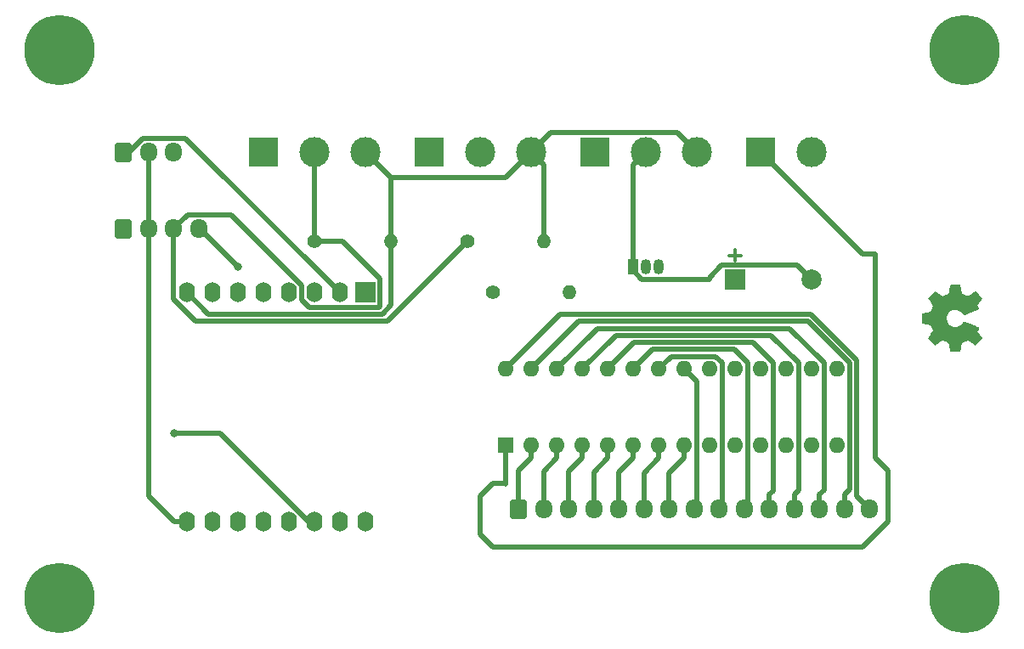
<source format=gbr>
%TF.GenerationSoftware,KiCad,Pcbnew,(5.1.7)-1*%
%TF.CreationDate,2021-05-08T17:47:48+02:00*%
%TF.ProjectId,tankwaechter,74616e6b-7761-4656-9368-7465722e6b69,rev?*%
%TF.SameCoordinates,Original*%
%TF.FileFunction,Copper,L1,Top*%
%TF.FilePolarity,Positive*%
%FSLAX46Y46*%
G04 Gerber Fmt 4.6, Leading zero omitted, Abs format (unit mm)*
G04 Created by KiCad (PCBNEW (5.1.7)-1) date 2021-05-08 17:47:48*
%MOMM*%
%LPD*%
G01*
G04 APERTURE LIST*
%TA.AperFunction,NonConductor*%
%ADD10C,0.300000*%
%TD*%
%TA.AperFunction,EtchedComponent*%
%ADD11C,0.010000*%
%TD*%
%TA.AperFunction,ComponentPad*%
%ADD12O,1.600000X1.600000*%
%TD*%
%TA.AperFunction,ComponentPad*%
%ADD13R,1.600000X1.600000*%
%TD*%
%TA.AperFunction,ComponentPad*%
%ADD14O,1.400000X1.400000*%
%TD*%
%TA.AperFunction,ComponentPad*%
%ADD15C,1.400000*%
%TD*%
%TA.AperFunction,ComponentPad*%
%ADD16C,3.000000*%
%TD*%
%TA.AperFunction,ComponentPad*%
%ADD17R,3.000000X3.000000*%
%TD*%
%TA.AperFunction,ComponentPad*%
%ADD18O,1.700000X1.950000*%
%TD*%
%TA.AperFunction,ComponentPad*%
%ADD19C,2.000000*%
%TD*%
%TA.AperFunction,ComponentPad*%
%ADD20R,2.000000X2.000000*%
%TD*%
%TA.AperFunction,ComponentPad*%
%ADD21R,1.050000X1.500000*%
%TD*%
%TA.AperFunction,ComponentPad*%
%ADD22O,1.050000X1.500000*%
%TD*%
%TA.AperFunction,ComponentPad*%
%ADD23O,1.600000X2.000000*%
%TD*%
%TA.AperFunction,ViaPad*%
%ADD24C,5.500000*%
%TD*%
%TA.AperFunction,ViaPad*%
%ADD25C,7.000000*%
%TD*%
%TA.AperFunction,ViaPad*%
%ADD26C,0.800000*%
%TD*%
%TA.AperFunction,Conductor*%
%ADD27C,0.500000*%
%TD*%
G04 APERTURE END LIST*
D10*
X84518571Y-155047142D02*
X85661428Y-155047142D01*
X85090000Y-155618571D02*
X85090000Y-154475714D01*
D11*
%TO.C,REF\u002A\u002A*%
G36*
X104148931Y-160734186D02*
G01*
X104593555Y-160650365D01*
X104721053Y-160341080D01*
X104848551Y-160031794D01*
X104596246Y-159660754D01*
X104525996Y-159556843D01*
X104463272Y-159462913D01*
X104410938Y-159383348D01*
X104371857Y-159322530D01*
X104348893Y-159284843D01*
X104343942Y-159274579D01*
X104356676Y-159256090D01*
X104391882Y-159216580D01*
X104445062Y-159160478D01*
X104511718Y-159092213D01*
X104587354Y-159016214D01*
X104667472Y-158936908D01*
X104747574Y-158858725D01*
X104823164Y-158786093D01*
X104889745Y-158723441D01*
X104942818Y-158675197D01*
X104977887Y-158645790D01*
X104989623Y-158638759D01*
X105011260Y-158648877D01*
X105058662Y-158677241D01*
X105127193Y-158720871D01*
X105212215Y-158776782D01*
X105309093Y-158841994D01*
X105364350Y-158879781D01*
X105465248Y-158948657D01*
X105556299Y-159009860D01*
X105632970Y-159060422D01*
X105690728Y-159097372D01*
X105725043Y-159117742D01*
X105732254Y-159120803D01*
X105752748Y-159113864D01*
X105800513Y-159094949D01*
X105868832Y-159066913D01*
X105950989Y-159032609D01*
X106040270Y-158994891D01*
X106129958Y-158956613D01*
X106213338Y-158920630D01*
X106283694Y-158889794D01*
X106334310Y-158866961D01*
X106358471Y-158854983D01*
X106359422Y-158854276D01*
X106364036Y-158835469D01*
X106374328Y-158785382D01*
X106389287Y-158709207D01*
X106407901Y-158612135D01*
X106429159Y-158499357D01*
X106441418Y-158433558D01*
X106464362Y-158313050D01*
X106486195Y-158204203D01*
X106505722Y-158112524D01*
X106521748Y-158043519D01*
X106533079Y-158002696D01*
X106536674Y-157994489D01*
X106561006Y-157986452D01*
X106615959Y-157979967D01*
X106695108Y-157975030D01*
X106792026Y-157971636D01*
X106900287Y-157969782D01*
X107013465Y-157969462D01*
X107125135Y-157970673D01*
X107228868Y-157973410D01*
X107318241Y-157977669D01*
X107386826Y-157983445D01*
X107428197Y-157990733D01*
X107436810Y-157995105D01*
X107447133Y-158021236D01*
X107461892Y-158076607D01*
X107479352Y-158153893D01*
X107497780Y-158245770D01*
X107503741Y-158277842D01*
X107532066Y-158432476D01*
X107554876Y-158554625D01*
X107573080Y-158648327D01*
X107587583Y-158717616D01*
X107599292Y-158766529D01*
X107609115Y-158799103D01*
X107617956Y-158819372D01*
X107626724Y-158831374D01*
X107628457Y-158833053D01*
X107656371Y-158849816D01*
X107710695Y-158875386D01*
X107784777Y-158907212D01*
X107871965Y-158942740D01*
X107965608Y-158979417D01*
X108059052Y-159014689D01*
X108145647Y-159046004D01*
X108218740Y-159070807D01*
X108271678Y-159086546D01*
X108297811Y-159090668D01*
X108298726Y-159090324D01*
X108320086Y-159076359D01*
X108367084Y-159044678D01*
X108434827Y-158998609D01*
X108518423Y-158941482D01*
X108612982Y-158876627D01*
X108639854Y-158858157D01*
X108737275Y-158792301D01*
X108826163Y-158734350D01*
X108901412Y-158687462D01*
X108957920Y-158654793D01*
X108990581Y-158639500D01*
X108994593Y-158638759D01*
X109015684Y-158651608D01*
X109057464Y-158687112D01*
X109115445Y-158740707D01*
X109185135Y-158807829D01*
X109262045Y-158883913D01*
X109341683Y-158964396D01*
X109419561Y-159044713D01*
X109491186Y-159120301D01*
X109552070Y-159186595D01*
X109597721Y-159239031D01*
X109623650Y-159273045D01*
X109627883Y-159282455D01*
X109617912Y-159304357D01*
X109591020Y-159349200D01*
X109551736Y-159409679D01*
X109520117Y-159456211D01*
X109462098Y-159540525D01*
X109393784Y-159640374D01*
X109325579Y-159740527D01*
X109289075Y-159794373D01*
X109165800Y-159976629D01*
X109248520Y-160129619D01*
X109284759Y-160199318D01*
X109312926Y-160258586D01*
X109328991Y-160298689D01*
X109331226Y-160308897D01*
X109314722Y-160321171D01*
X109268082Y-160345387D01*
X109195609Y-160379737D01*
X109101606Y-160422412D01*
X108990374Y-160471606D01*
X108866215Y-160525510D01*
X108733432Y-160582316D01*
X108596327Y-160640218D01*
X108459202Y-160697407D01*
X108326358Y-160752076D01*
X108202098Y-160802416D01*
X108090725Y-160846620D01*
X107996539Y-160882881D01*
X107923844Y-160909391D01*
X107876941Y-160924342D01*
X107860833Y-160926746D01*
X107840286Y-160907689D01*
X107806933Y-160865964D01*
X107767702Y-160810294D01*
X107764599Y-160805622D01*
X107649423Y-160661736D01*
X107515053Y-160545717D01*
X107365784Y-160458570D01*
X107205913Y-160401301D01*
X107039737Y-160374914D01*
X106871552Y-160380415D01*
X106705655Y-160418810D01*
X106546342Y-160491105D01*
X106511487Y-160512374D01*
X106370737Y-160623004D01*
X106257714Y-160753698D01*
X106173003Y-160899936D01*
X106117194Y-161057192D01*
X106090874Y-161220943D01*
X106094630Y-161386667D01*
X106129050Y-161549838D01*
X106194723Y-161705935D01*
X106292235Y-161850433D01*
X106331813Y-161895131D01*
X106455703Y-162008888D01*
X106586124Y-162091782D01*
X106732315Y-162148644D01*
X106877088Y-162180313D01*
X107039860Y-162188131D01*
X107203440Y-162162062D01*
X107362298Y-162104755D01*
X107510906Y-162018856D01*
X107643735Y-161907014D01*
X107755256Y-161771877D01*
X107767011Y-161754117D01*
X107805508Y-161697850D01*
X107838863Y-161655077D01*
X107860160Y-161634628D01*
X107860833Y-161634331D01*
X107883871Y-161638721D01*
X107936157Y-161656124D01*
X108013390Y-161684732D01*
X108111268Y-161722735D01*
X108225491Y-161768326D01*
X108351758Y-161819697D01*
X108485767Y-161875038D01*
X108623218Y-161932542D01*
X108759808Y-161990399D01*
X108891237Y-162046802D01*
X109013205Y-162099942D01*
X109121409Y-162148010D01*
X109211549Y-162189199D01*
X109279323Y-162221699D01*
X109320430Y-162243703D01*
X109331226Y-162252564D01*
X109322819Y-162279640D01*
X109300272Y-162330303D01*
X109267613Y-162395817D01*
X109248520Y-162431841D01*
X109165800Y-162584832D01*
X109289075Y-162767088D01*
X109352228Y-162860125D01*
X109421727Y-162961985D01*
X109487165Y-163057438D01*
X109520117Y-163105250D01*
X109565273Y-163172495D01*
X109601057Y-163229436D01*
X109622938Y-163268646D01*
X109627563Y-163281381D01*
X109615085Y-163299917D01*
X109580252Y-163340941D01*
X109526678Y-163400475D01*
X109457983Y-163474542D01*
X109377781Y-163559165D01*
X109326286Y-163612685D01*
X109234286Y-163706319D01*
X109151999Y-163787241D01*
X109082945Y-163852177D01*
X109030644Y-163897858D01*
X108998616Y-163921011D01*
X108992116Y-163923232D01*
X108967394Y-163912924D01*
X108917405Y-163884439D01*
X108847212Y-163840937D01*
X108761875Y-163785577D01*
X108666456Y-163721520D01*
X108639854Y-163703303D01*
X108543167Y-163636927D01*
X108456117Y-163577378D01*
X108383595Y-163527984D01*
X108330493Y-163492075D01*
X108301703Y-163472981D01*
X108298726Y-163471136D01*
X108275782Y-163473895D01*
X108225336Y-163488538D01*
X108154041Y-163512513D01*
X108068547Y-163543266D01*
X107975507Y-163578244D01*
X107881574Y-163614893D01*
X107793399Y-163650661D01*
X107717634Y-163682994D01*
X107660931Y-163709338D01*
X107629943Y-163727142D01*
X107628457Y-163728407D01*
X107619601Y-163739294D01*
X107610843Y-163757682D01*
X107601277Y-163787606D01*
X107589996Y-163833103D01*
X107576093Y-163898209D01*
X107558663Y-163986961D01*
X107536798Y-164103393D01*
X107509591Y-164251542D01*
X107503741Y-164283618D01*
X107485374Y-164378686D01*
X107467405Y-164461565D01*
X107451569Y-164524930D01*
X107439600Y-164561458D01*
X107436810Y-164566356D01*
X107412072Y-164574427D01*
X107356790Y-164580987D01*
X107277389Y-164586033D01*
X107180296Y-164589559D01*
X107071938Y-164591561D01*
X106958740Y-164592036D01*
X106847128Y-164590977D01*
X106743529Y-164588382D01*
X106654368Y-164584246D01*
X106586072Y-164578563D01*
X106545066Y-164571331D01*
X106536674Y-164566971D01*
X106528208Y-164542698D01*
X106514435Y-164487426D01*
X106496550Y-164406662D01*
X106475748Y-164305912D01*
X106453223Y-164190683D01*
X106441418Y-164127902D01*
X106419151Y-164008787D01*
X106398979Y-163902565D01*
X106381915Y-163814427D01*
X106368969Y-163749566D01*
X106361155Y-163713174D01*
X106359422Y-163707184D01*
X106339890Y-163697061D01*
X106292843Y-163675662D01*
X106225003Y-163645839D01*
X106143091Y-163610445D01*
X106053828Y-163572332D01*
X105963935Y-163534353D01*
X105880135Y-163499360D01*
X105809147Y-163470206D01*
X105757694Y-163449743D01*
X105732497Y-163440823D01*
X105731396Y-163440657D01*
X105711519Y-163450769D01*
X105665777Y-163479117D01*
X105598717Y-163522723D01*
X105514884Y-163578606D01*
X105418826Y-163643787D01*
X105363650Y-163681679D01*
X105262481Y-163750725D01*
X105170630Y-163812050D01*
X105092744Y-163862663D01*
X105033469Y-163899571D01*
X104997451Y-163919782D01*
X104989377Y-163922701D01*
X104970584Y-163910153D01*
X104930457Y-163875463D01*
X104873493Y-163823063D01*
X104804185Y-163757384D01*
X104727031Y-163682856D01*
X104646525Y-163603913D01*
X104567163Y-163524983D01*
X104493440Y-163450500D01*
X104429852Y-163384894D01*
X104380894Y-163332596D01*
X104351061Y-163298039D01*
X104343942Y-163286478D01*
X104353953Y-163267654D01*
X104382078Y-163222631D01*
X104425454Y-163155787D01*
X104481218Y-163071499D01*
X104546506Y-162974144D01*
X104596246Y-162900707D01*
X104848551Y-162529667D01*
X104593555Y-161911095D01*
X104148931Y-161827275D01*
X103704307Y-161743454D01*
X103704307Y-160818006D01*
X104148931Y-160734186D01*
G37*
X104148931Y-160734186D02*
X104593555Y-160650365D01*
X104721053Y-160341080D01*
X104848551Y-160031794D01*
X104596246Y-159660754D01*
X104525996Y-159556843D01*
X104463272Y-159462913D01*
X104410938Y-159383348D01*
X104371857Y-159322530D01*
X104348893Y-159284843D01*
X104343942Y-159274579D01*
X104356676Y-159256090D01*
X104391882Y-159216580D01*
X104445062Y-159160478D01*
X104511718Y-159092213D01*
X104587354Y-159016214D01*
X104667472Y-158936908D01*
X104747574Y-158858725D01*
X104823164Y-158786093D01*
X104889745Y-158723441D01*
X104942818Y-158675197D01*
X104977887Y-158645790D01*
X104989623Y-158638759D01*
X105011260Y-158648877D01*
X105058662Y-158677241D01*
X105127193Y-158720871D01*
X105212215Y-158776782D01*
X105309093Y-158841994D01*
X105364350Y-158879781D01*
X105465248Y-158948657D01*
X105556299Y-159009860D01*
X105632970Y-159060422D01*
X105690728Y-159097372D01*
X105725043Y-159117742D01*
X105732254Y-159120803D01*
X105752748Y-159113864D01*
X105800513Y-159094949D01*
X105868832Y-159066913D01*
X105950989Y-159032609D01*
X106040270Y-158994891D01*
X106129958Y-158956613D01*
X106213338Y-158920630D01*
X106283694Y-158889794D01*
X106334310Y-158866961D01*
X106358471Y-158854983D01*
X106359422Y-158854276D01*
X106364036Y-158835469D01*
X106374328Y-158785382D01*
X106389287Y-158709207D01*
X106407901Y-158612135D01*
X106429159Y-158499357D01*
X106441418Y-158433558D01*
X106464362Y-158313050D01*
X106486195Y-158204203D01*
X106505722Y-158112524D01*
X106521748Y-158043519D01*
X106533079Y-158002696D01*
X106536674Y-157994489D01*
X106561006Y-157986452D01*
X106615959Y-157979967D01*
X106695108Y-157975030D01*
X106792026Y-157971636D01*
X106900287Y-157969782D01*
X107013465Y-157969462D01*
X107125135Y-157970673D01*
X107228868Y-157973410D01*
X107318241Y-157977669D01*
X107386826Y-157983445D01*
X107428197Y-157990733D01*
X107436810Y-157995105D01*
X107447133Y-158021236D01*
X107461892Y-158076607D01*
X107479352Y-158153893D01*
X107497780Y-158245770D01*
X107503741Y-158277842D01*
X107532066Y-158432476D01*
X107554876Y-158554625D01*
X107573080Y-158648327D01*
X107587583Y-158717616D01*
X107599292Y-158766529D01*
X107609115Y-158799103D01*
X107617956Y-158819372D01*
X107626724Y-158831374D01*
X107628457Y-158833053D01*
X107656371Y-158849816D01*
X107710695Y-158875386D01*
X107784777Y-158907212D01*
X107871965Y-158942740D01*
X107965608Y-158979417D01*
X108059052Y-159014689D01*
X108145647Y-159046004D01*
X108218740Y-159070807D01*
X108271678Y-159086546D01*
X108297811Y-159090668D01*
X108298726Y-159090324D01*
X108320086Y-159076359D01*
X108367084Y-159044678D01*
X108434827Y-158998609D01*
X108518423Y-158941482D01*
X108612982Y-158876627D01*
X108639854Y-158858157D01*
X108737275Y-158792301D01*
X108826163Y-158734350D01*
X108901412Y-158687462D01*
X108957920Y-158654793D01*
X108990581Y-158639500D01*
X108994593Y-158638759D01*
X109015684Y-158651608D01*
X109057464Y-158687112D01*
X109115445Y-158740707D01*
X109185135Y-158807829D01*
X109262045Y-158883913D01*
X109341683Y-158964396D01*
X109419561Y-159044713D01*
X109491186Y-159120301D01*
X109552070Y-159186595D01*
X109597721Y-159239031D01*
X109623650Y-159273045D01*
X109627883Y-159282455D01*
X109617912Y-159304357D01*
X109591020Y-159349200D01*
X109551736Y-159409679D01*
X109520117Y-159456211D01*
X109462098Y-159540525D01*
X109393784Y-159640374D01*
X109325579Y-159740527D01*
X109289075Y-159794373D01*
X109165800Y-159976629D01*
X109248520Y-160129619D01*
X109284759Y-160199318D01*
X109312926Y-160258586D01*
X109328991Y-160298689D01*
X109331226Y-160308897D01*
X109314722Y-160321171D01*
X109268082Y-160345387D01*
X109195609Y-160379737D01*
X109101606Y-160422412D01*
X108990374Y-160471606D01*
X108866215Y-160525510D01*
X108733432Y-160582316D01*
X108596327Y-160640218D01*
X108459202Y-160697407D01*
X108326358Y-160752076D01*
X108202098Y-160802416D01*
X108090725Y-160846620D01*
X107996539Y-160882881D01*
X107923844Y-160909391D01*
X107876941Y-160924342D01*
X107860833Y-160926746D01*
X107840286Y-160907689D01*
X107806933Y-160865964D01*
X107767702Y-160810294D01*
X107764599Y-160805622D01*
X107649423Y-160661736D01*
X107515053Y-160545717D01*
X107365784Y-160458570D01*
X107205913Y-160401301D01*
X107039737Y-160374914D01*
X106871552Y-160380415D01*
X106705655Y-160418810D01*
X106546342Y-160491105D01*
X106511487Y-160512374D01*
X106370737Y-160623004D01*
X106257714Y-160753698D01*
X106173003Y-160899936D01*
X106117194Y-161057192D01*
X106090874Y-161220943D01*
X106094630Y-161386667D01*
X106129050Y-161549838D01*
X106194723Y-161705935D01*
X106292235Y-161850433D01*
X106331813Y-161895131D01*
X106455703Y-162008888D01*
X106586124Y-162091782D01*
X106732315Y-162148644D01*
X106877088Y-162180313D01*
X107039860Y-162188131D01*
X107203440Y-162162062D01*
X107362298Y-162104755D01*
X107510906Y-162018856D01*
X107643735Y-161907014D01*
X107755256Y-161771877D01*
X107767011Y-161754117D01*
X107805508Y-161697850D01*
X107838863Y-161655077D01*
X107860160Y-161634628D01*
X107860833Y-161634331D01*
X107883871Y-161638721D01*
X107936157Y-161656124D01*
X108013390Y-161684732D01*
X108111268Y-161722735D01*
X108225491Y-161768326D01*
X108351758Y-161819697D01*
X108485767Y-161875038D01*
X108623218Y-161932542D01*
X108759808Y-161990399D01*
X108891237Y-162046802D01*
X109013205Y-162099942D01*
X109121409Y-162148010D01*
X109211549Y-162189199D01*
X109279323Y-162221699D01*
X109320430Y-162243703D01*
X109331226Y-162252564D01*
X109322819Y-162279640D01*
X109300272Y-162330303D01*
X109267613Y-162395817D01*
X109248520Y-162431841D01*
X109165800Y-162584832D01*
X109289075Y-162767088D01*
X109352228Y-162860125D01*
X109421727Y-162961985D01*
X109487165Y-163057438D01*
X109520117Y-163105250D01*
X109565273Y-163172495D01*
X109601057Y-163229436D01*
X109622938Y-163268646D01*
X109627563Y-163281381D01*
X109615085Y-163299917D01*
X109580252Y-163340941D01*
X109526678Y-163400475D01*
X109457983Y-163474542D01*
X109377781Y-163559165D01*
X109326286Y-163612685D01*
X109234286Y-163706319D01*
X109151999Y-163787241D01*
X109082945Y-163852177D01*
X109030644Y-163897858D01*
X108998616Y-163921011D01*
X108992116Y-163923232D01*
X108967394Y-163912924D01*
X108917405Y-163884439D01*
X108847212Y-163840937D01*
X108761875Y-163785577D01*
X108666456Y-163721520D01*
X108639854Y-163703303D01*
X108543167Y-163636927D01*
X108456117Y-163577378D01*
X108383595Y-163527984D01*
X108330493Y-163492075D01*
X108301703Y-163472981D01*
X108298726Y-163471136D01*
X108275782Y-163473895D01*
X108225336Y-163488538D01*
X108154041Y-163512513D01*
X108068547Y-163543266D01*
X107975507Y-163578244D01*
X107881574Y-163614893D01*
X107793399Y-163650661D01*
X107717634Y-163682994D01*
X107660931Y-163709338D01*
X107629943Y-163727142D01*
X107628457Y-163728407D01*
X107619601Y-163739294D01*
X107610843Y-163757682D01*
X107601277Y-163787606D01*
X107589996Y-163833103D01*
X107576093Y-163898209D01*
X107558663Y-163986961D01*
X107536798Y-164103393D01*
X107509591Y-164251542D01*
X107503741Y-164283618D01*
X107485374Y-164378686D01*
X107467405Y-164461565D01*
X107451569Y-164524930D01*
X107439600Y-164561458D01*
X107436810Y-164566356D01*
X107412072Y-164574427D01*
X107356790Y-164580987D01*
X107277389Y-164586033D01*
X107180296Y-164589559D01*
X107071938Y-164591561D01*
X106958740Y-164592036D01*
X106847128Y-164590977D01*
X106743529Y-164588382D01*
X106654368Y-164584246D01*
X106586072Y-164578563D01*
X106545066Y-164571331D01*
X106536674Y-164566971D01*
X106528208Y-164542698D01*
X106514435Y-164487426D01*
X106496550Y-164406662D01*
X106475748Y-164305912D01*
X106453223Y-164190683D01*
X106441418Y-164127902D01*
X106419151Y-164008787D01*
X106398979Y-163902565D01*
X106381915Y-163814427D01*
X106368969Y-163749566D01*
X106361155Y-163713174D01*
X106359422Y-163707184D01*
X106339890Y-163697061D01*
X106292843Y-163675662D01*
X106225003Y-163645839D01*
X106143091Y-163610445D01*
X106053828Y-163572332D01*
X105963935Y-163534353D01*
X105880135Y-163499360D01*
X105809147Y-163470206D01*
X105757694Y-163449743D01*
X105732497Y-163440823D01*
X105731396Y-163440657D01*
X105711519Y-163450769D01*
X105665777Y-163479117D01*
X105598717Y-163522723D01*
X105514884Y-163578606D01*
X105418826Y-163643787D01*
X105363650Y-163681679D01*
X105262481Y-163750725D01*
X105170630Y-163812050D01*
X105092744Y-163862663D01*
X105033469Y-163899571D01*
X104997451Y-163919782D01*
X104989377Y-163922701D01*
X104970584Y-163910153D01*
X104930457Y-163875463D01*
X104873493Y-163823063D01*
X104804185Y-163757384D01*
X104727031Y-163682856D01*
X104646525Y-163603913D01*
X104567163Y-163524983D01*
X104493440Y-163450500D01*
X104429852Y-163384894D01*
X104380894Y-163332596D01*
X104351061Y-163298039D01*
X104343942Y-163286478D01*
X104353953Y-163267654D01*
X104382078Y-163222631D01*
X104425454Y-163155787D01*
X104481218Y-163071499D01*
X104546506Y-162974144D01*
X104596246Y-162900707D01*
X104848551Y-162529667D01*
X104593555Y-161911095D01*
X104148931Y-161827275D01*
X103704307Y-161743454D01*
X103704307Y-160818006D01*
X104148931Y-160734186D01*
%TD*%
D12*
%TO.P,MCP23017,28*%
%TO.N,Net-(J6-Pad15)*%
X62230000Y-166370000D03*
%TO.P,MCP23017,14*%
%TO.N,Net-(MCP23017-Pad14)*%
X95250000Y-173990000D03*
%TO.P,MCP23017,27*%
%TO.N,Net-(J6-Pad14)*%
X64770000Y-166370000D03*
%TO.P,MCP23017,13*%
%TO.N,/SDA*%
X92710000Y-173990000D03*
%TO.P,MCP23017,26*%
%TO.N,Net-(J6-Pad13)*%
X67310000Y-166370000D03*
%TO.P,MCP23017,12*%
%TO.N,/SCL*%
X90170000Y-173990000D03*
%TO.P,MCP23017,25*%
%TO.N,Net-(J6-Pad12)*%
X69850000Y-166370000D03*
%TO.P,MCP23017,11*%
%TO.N,Net-(MCP23017-Pad11)*%
X87630000Y-173990000D03*
%TO.P,MCP23017,24*%
%TO.N,Net-(J6-Pad11)*%
X72390000Y-166370000D03*
%TO.P,MCP23017,10*%
%TO.N,/GND*%
X85090000Y-173990000D03*
%TO.P,MCP23017,23*%
%TO.N,Net-(J6-Pad10)*%
X74930000Y-166370000D03*
%TO.P,MCP23017,9*%
%TO.N,/3\u002C3V*%
X82550000Y-173990000D03*
%TO.P,MCP23017,22*%
%TO.N,Net-(J6-Pad9)*%
X77470000Y-166370000D03*
%TO.P,MCP23017,8*%
%TO.N,Net-(J6-Pad7)*%
X80010000Y-173990000D03*
%TO.P,MCP23017,21*%
%TO.N,Net-(J6-Pad8)*%
X80010000Y-166370000D03*
%TO.P,MCP23017,7*%
%TO.N,Net-(J6-Pad6)*%
X77470000Y-173990000D03*
%TO.P,MCP23017,20*%
%TO.N,Net-(MCP23017-Pad20)*%
X82550000Y-166370000D03*
%TO.P,MCP23017,6*%
%TO.N,Net-(J6-Pad5)*%
X74930000Y-173990000D03*
%TO.P,MCP23017,19*%
%TO.N,Net-(MCP23017-Pad19)*%
X85090000Y-166370000D03*
%TO.P,MCP23017,5*%
%TO.N,Net-(J6-Pad4)*%
X72390000Y-173990000D03*
%TO.P,MCP23017,18*%
%TO.N,Net-(MCP23017-Pad18)*%
X87630000Y-166370000D03*
%TO.P,MCP23017,4*%
%TO.N,Net-(J6-Pad3)*%
X69850000Y-173990000D03*
%TO.P,MCP23017,17*%
%TO.N,/GND*%
X90170000Y-166370000D03*
%TO.P,MCP23017,3*%
%TO.N,Net-(J6-Pad2)*%
X67310000Y-173990000D03*
%TO.P,MCP23017,16*%
%TO.N,/GND*%
X92710000Y-166370000D03*
%TO.P,MCP23017,2*%
%TO.N,Net-(J6-Pad1)*%
X64770000Y-173990000D03*
%TO.P,MCP23017,15*%
%TO.N,/GND*%
X95250000Y-166370000D03*
D13*
%TO.P,MCP23017,1*%
%TO.N,Net-(MCP23017-Pad1)*%
X62230000Y-173990000D03*
%TD*%
D14*
%TO.P,R3,2*%
%TO.N,/3\u002C3V*%
X68580000Y-158750000D03*
D15*
%TO.P,R3,1*%
%TO.N,Net-(MCP23017-Pad18)*%
X60960000Y-158750000D03*
%TD*%
D14*
%TO.P,R2,2*%
%TO.N,/3\u002C3V*%
X66040000Y-153670000D03*
D15*
%TO.P,R2,1*%
%TO.N,/SDA*%
X58420000Y-153670000D03*
%TD*%
D14*
%TO.P,R1,2*%
%TO.N,/3\u002C3V*%
X50800000Y-153670000D03*
D15*
%TO.P,R1,1*%
%TO.N,/SDA*%
X43180000Y-153670000D03*
%TD*%
D16*
%TO.P,Taster1,2*%
%TO.N,/GND*%
X92710000Y-144780000D03*
D17*
%TO.P,Taster1,1*%
%TO.N,Net-(MCP23017-Pad1)*%
X87630000Y-144780000D03*
%TD*%
D18*
%TO.P,J6,15*%
%TO.N,Net-(J6-Pad15)*%
X98500000Y-180340000D03*
%TO.P,J6,14*%
%TO.N,Net-(J6-Pad14)*%
X96000000Y-180340000D03*
%TO.P,J6,13*%
%TO.N,Net-(J6-Pad13)*%
X93500000Y-180340000D03*
%TO.P,J6,12*%
%TO.N,Net-(J6-Pad12)*%
X91000000Y-180340000D03*
%TO.P,J6,11*%
%TO.N,Net-(J6-Pad11)*%
X88500000Y-180340000D03*
%TO.P,J6,10*%
%TO.N,Net-(J6-Pad10)*%
X86000000Y-180340000D03*
%TO.P,J6,9*%
%TO.N,Net-(J6-Pad9)*%
X83500000Y-180340000D03*
%TO.P,J6,8*%
%TO.N,Net-(J6-Pad8)*%
X81000000Y-180340000D03*
%TO.P,J6,7*%
%TO.N,Net-(J6-Pad7)*%
X78500000Y-180340000D03*
%TO.P,J6,6*%
%TO.N,Net-(J6-Pad6)*%
X76000000Y-180340000D03*
%TO.P,J6,5*%
%TO.N,Net-(J6-Pad5)*%
X73500000Y-180340000D03*
%TO.P,J6,4*%
%TO.N,Net-(J6-Pad4)*%
X71000000Y-180340000D03*
%TO.P,J6,3*%
%TO.N,Net-(J6-Pad3)*%
X68500000Y-180340000D03*
%TO.P,J6,2*%
%TO.N,Net-(J6-Pad2)*%
X66000000Y-180340000D03*
%TO.P,J6,1*%
%TO.N,Net-(J6-Pad1)*%
%TA.AperFunction,ComponentPad*%
G36*
G01*
X62650000Y-181065000D02*
X62650000Y-179615000D01*
G75*
G02*
X62900000Y-179365000I250000J0D01*
G01*
X64100000Y-179365000D01*
G75*
G02*
X64350000Y-179615000I0J-250000D01*
G01*
X64350000Y-181065000D01*
G75*
G02*
X64100000Y-181315000I-250000J0D01*
G01*
X62900000Y-181315000D01*
G75*
G02*
X62650000Y-181065000I0J250000D01*
G01*
G37*
%TD.AperFunction*%
%TD*%
%TO.P,Spannungsmessung1,3*%
%TO.N,/GND*%
X29130000Y-144780000D03*
%TO.P,Spannungsmessung1,2*%
%TO.N,/5V*%
X26630000Y-144780000D03*
%TO.P,Spannungsmessung1,1*%
%TO.N,/A0*%
%TA.AperFunction,ComponentPad*%
G36*
G01*
X23280000Y-145505000D02*
X23280000Y-144055000D01*
G75*
G02*
X23530000Y-143805000I250000J0D01*
G01*
X24730000Y-143805000D01*
G75*
G02*
X24980000Y-144055000I0J-250000D01*
G01*
X24980000Y-145505000D01*
G75*
G02*
X24730000Y-145755000I-250000J0D01*
G01*
X23530000Y-145755000D01*
G75*
G02*
X23280000Y-145505000I0J250000D01*
G01*
G37*
%TD.AperFunction*%
%TD*%
%TO.P,Display1,4*%
%TO.N,/SCL*%
X31630000Y-152400000D03*
%TO.P,Display1,3*%
%TO.N,/SDA*%
X29130000Y-152400000D03*
%TO.P,Display1,2*%
%TO.N,/5V*%
X26630000Y-152400000D03*
%TO.P,Display1,1*%
%TO.N,/GND*%
%TA.AperFunction,ComponentPad*%
G36*
G01*
X23280000Y-153125000D02*
X23280000Y-151675000D01*
G75*
G02*
X23530000Y-151425000I250000J0D01*
G01*
X24730000Y-151425000D01*
G75*
G02*
X24980000Y-151675000I0J-250000D01*
G01*
X24980000Y-153125000D01*
G75*
G02*
X24730000Y-153375000I-250000J0D01*
G01*
X23530000Y-153375000D01*
G75*
G02*
X23280000Y-153125000I0J250000D01*
G01*
G37*
%TD.AperFunction*%
%TD*%
D16*
%TO.P,Kuehlen1,3*%
%TO.N,/3\u002C3V*%
X81280000Y-144780000D03*
%TO.P,Kuehlen1,2*%
%TO.N,/GND*%
X76200000Y-144780000D03*
D17*
%TO.P,Kuehlen1,1*%
%TO.N,/D3*%
X71120000Y-144780000D03*
%TD*%
D16*
%TO.P,Spuelen1,3*%
%TO.N,/3\u002C3V*%
X64770000Y-144780000D03*
%TO.P,Spuelen1,2*%
%TO.N,/GND*%
X59690000Y-144780000D03*
D17*
%TO.P,Spuelen1,1*%
%TO.N,/D4*%
X54610000Y-144780000D03*
%TD*%
D16*
%TO.P,MilchTemp1,3*%
%TO.N,/3\u002C3V*%
X48260000Y-144780000D03*
%TO.P,MilchTemp1,2*%
%TO.N,/SDA*%
X43180000Y-144780000D03*
D17*
%TO.P,MilchTemp1,1*%
%TO.N,/GND*%
X38100000Y-144780000D03*
%TD*%
D19*
%TO.P,Piezo1,2*%
%TO.N,/GND*%
X92690000Y-157480000D03*
D20*
%TO.P,Piezo1,1*%
%TO.N,Net-(Piezo1-Pad1)*%
X85090000Y-157480000D03*
%TD*%
D21*
%TO.P,DS18B20,1*%
%TO.N,/GND*%
X74930000Y-156210000D03*
D22*
%TO.P,DS18B20,3*%
%TO.N,/3\u002C3V*%
X77470000Y-156210000D03*
%TO.P,DS18B20,2*%
%TO.N,/SDA*%
X76200000Y-156210000D03*
%TD*%
D23*
%TO.P,WeMosD1Mini1,16*%
%TO.N,Net-(WeMosD1Mini1-Pad16)*%
X48260000Y-181610000D03*
%TO.P,WeMosD1Mini1,15*%
%TO.N,Net-(WeMosD1Mini1-Pad15)*%
X45720000Y-181610000D03*
%TO.P,WeMosD1Mini1,14*%
%TO.N,/SCL*%
X43180000Y-181610000D03*
%TO.P,WeMosD1Mini1,13*%
%TO.N,/SDA*%
X40640000Y-181610000D03*
%TO.P,WeMosD1Mini1,12*%
%TO.N,/D3*%
X38100000Y-181610000D03*
%TO.P,WeMosD1Mini1,11*%
%TO.N,/D4*%
X35560000Y-181610000D03*
%TO.P,WeMosD1Mini1,10*%
%TO.N,/GND*%
X33020000Y-181610000D03*
%TO.P,WeMosD1Mini1,9*%
%TO.N,/5V*%
X30480000Y-181610000D03*
%TO.P,WeMosD1Mini1,8*%
%TO.N,/3\u002C3V*%
X30480000Y-158750000D03*
%TO.P,WeMosD1Mini1,7*%
%TO.N,Net-(WeMosD1Mini1-Pad7)*%
X33020000Y-158750000D03*
%TO.P,WeMosD1Mini1,6*%
%TO.N,Net-(WeMosD1Mini1-Pad6)*%
X35560000Y-158750000D03*
%TO.P,WeMosD1Mini1,5*%
%TO.N,Net-(WeMosD1Mini1-Pad5)*%
X38100000Y-158750000D03*
%TO.P,WeMosD1Mini1,4*%
%TO.N,Net-(WeMosD1Mini1-Pad4)*%
X40640000Y-158750000D03*
%TO.P,WeMosD1Mini1,3*%
%TO.N,Net-(Piezo1-Pad1)*%
X43180000Y-158750000D03*
D20*
%TO.P,WeMosD1Mini1,1*%
%TO.N,Net-(WeMosD1Mini1-Pad1)*%
X48260000Y-158750000D03*
D23*
%TO.P,WeMosD1Mini1,2*%
%TO.N,/A0*%
X45720000Y-158750000D03*
%TD*%
D24*
%TO.N,*%
X17780000Y-189230000D03*
X107950000Y-189230000D03*
X17780000Y-134620000D03*
X107950000Y-134620000D03*
D25*
X107950000Y-134620000D03*
X107950000Y-189230000D03*
X17780000Y-189230000D03*
X17780000Y-134620000D03*
D26*
%TO.N,/SCL*%
X35560000Y-156210000D03*
X29229990Y-172739990D03*
%TD*%
D27*
%TO.N,/SCL*%
X31750000Y-152400000D02*
X35560000Y-156210000D01*
X31630000Y-152400000D02*
X31750000Y-152400000D01*
X42607781Y-181610000D02*
X43180000Y-181610000D01*
X33737771Y-172739990D02*
X42607781Y-181610000D01*
X29229990Y-172739990D02*
X33737771Y-172739990D01*
%TO.N,/SDA*%
X43180000Y-144780000D02*
X43180000Y-153670000D01*
X45990002Y-153670000D02*
X43180000Y-153670000D01*
X49710001Y-157389999D02*
X45990002Y-153670000D01*
X49710001Y-160110001D02*
X49710001Y-157389999D01*
X49620001Y-160200001D02*
X49710001Y-160110001D01*
X42662220Y-160200001D02*
X49620001Y-160200001D01*
X41929990Y-159467771D02*
X42662220Y-160200001D01*
X41929990Y-158032229D02*
X41929990Y-159467771D01*
X34872751Y-150974990D02*
X41929990Y-158032229D01*
X30555010Y-150974990D02*
X34872751Y-150974990D01*
X29130000Y-152400000D02*
X30555010Y-150974990D01*
X29130000Y-159367781D02*
X29130000Y-152400000D01*
X31362240Y-161600021D02*
X29130000Y-159367781D01*
X50489979Y-161600021D02*
X31362240Y-161600021D01*
X58420000Y-153670000D02*
X50489979Y-161600021D01*
%TO.N,/GND*%
X74930000Y-146050000D02*
X74930000Y-156210000D01*
X76200000Y-144780000D02*
X74930000Y-146050000D01*
X75796138Y-157410010D02*
X82439989Y-157410010D01*
X74930000Y-156543872D02*
X75796138Y-157410010D01*
X74930000Y-156210000D02*
X74930000Y-156543872D01*
X82439989Y-157410010D02*
X82509979Y-157480000D01*
X91239999Y-156029999D02*
X92690000Y-157480000D01*
X83729999Y-156029999D02*
X91239999Y-156029999D01*
X82509979Y-157250019D02*
X83729999Y-156029999D01*
X82509979Y-157480000D02*
X82509979Y-157250019D01*
%TO.N,/5V*%
X26630000Y-179060000D02*
X26630000Y-152400000D01*
X29180000Y-181610000D02*
X26630000Y-179060000D01*
X30480000Y-181610000D02*
X29180000Y-181610000D01*
X26630000Y-152400000D02*
X26630000Y-144780000D01*
%TO.N,/3\u002C3V*%
X50800000Y-147320000D02*
X48260000Y-144780000D01*
X50800000Y-153670000D02*
X50800000Y-147320000D01*
X49909954Y-160900011D02*
X32630011Y-160900011D01*
X50800000Y-160009965D02*
X49909954Y-160900011D01*
X32630011Y-160900011D02*
X30480000Y-158750000D01*
X50800000Y-153670000D02*
X50800000Y-160009965D01*
X62230000Y-147320000D02*
X64770000Y-144780000D01*
X50800000Y-147320000D02*
X62230000Y-147320000D01*
X66040000Y-146050000D02*
X64770000Y-144780000D01*
X66040000Y-153670000D02*
X66040000Y-146050000D01*
X66720001Y-142829999D02*
X64770000Y-144780000D01*
X79329999Y-142829999D02*
X66720001Y-142829999D01*
X81280000Y-144780000D02*
X79329999Y-142829999D01*
%TO.N,/A0*%
X30324990Y-143354990D02*
X45720000Y-158750000D01*
X26091519Y-143354990D02*
X30324990Y-143354990D01*
X24130000Y-145316509D02*
X26091519Y-143354990D01*
X24130000Y-144780000D02*
X24130000Y-145316509D01*
%TO.N,Net-(J6-Pad15)*%
X67680061Y-160919939D02*
X62230000Y-166370000D01*
X92639904Y-160919939D02*
X67680061Y-160919939D01*
X97200011Y-165480046D02*
X92639904Y-160919939D01*
X97200011Y-179040011D02*
X97200011Y-165480046D01*
X98500000Y-180340000D02*
X97200011Y-179040011D01*
%TO.N,Net-(J6-Pad14)*%
X69520051Y-161619949D02*
X64770000Y-166370000D01*
X92349951Y-161619949D02*
X69520051Y-161619949D01*
X96500001Y-178364999D02*
X96500001Y-165769999D01*
X96500001Y-165769999D02*
X92349951Y-161619949D01*
X96000000Y-178865000D02*
X96500001Y-178364999D01*
X96000000Y-180340000D02*
X96000000Y-178865000D01*
%TO.N,Net-(J6-Pad13)*%
X71360041Y-162319959D02*
X67310000Y-166370000D01*
X90509961Y-162319959D02*
X71360041Y-162319959D01*
X93960001Y-165769999D02*
X90509961Y-162319959D01*
X93960001Y-178404999D02*
X93960001Y-165769999D01*
X93500000Y-178865000D02*
X93960001Y-178404999D01*
X93500000Y-180340000D02*
X93500000Y-178865000D01*
%TO.N,Net-(J6-Pad12)*%
X73200031Y-163019969D02*
X69850000Y-166370000D01*
X88669971Y-163019969D02*
X73200031Y-163019969D01*
X91420001Y-165769999D02*
X88669971Y-163019969D01*
X91420001Y-178444999D02*
X91420001Y-165769999D01*
X91000000Y-178865000D02*
X91420001Y-178444999D01*
X91000000Y-180340000D02*
X91000000Y-178865000D01*
%TO.N,Net-(J6-Pad11)*%
X75040021Y-163719979D02*
X72390000Y-166370000D01*
X86829981Y-163719979D02*
X75040021Y-163719979D01*
X88880001Y-165769999D02*
X86829981Y-163719979D01*
X88880001Y-178484999D02*
X88880001Y-165769999D01*
X88500000Y-178865000D02*
X88880001Y-178484999D01*
X88500000Y-180340000D02*
X88500000Y-178865000D01*
%TO.N,Net-(J6-Pad10)*%
X76880011Y-164419989D02*
X74930000Y-166370000D01*
X84989991Y-164419989D02*
X76880011Y-164419989D01*
X86340001Y-165769999D02*
X84989991Y-164419989D01*
X86340001Y-179999999D02*
X86340001Y-165769999D01*
X86000000Y-180340000D02*
X86340001Y-179999999D01*
%TO.N,Net-(J6-Pad9)*%
X78720001Y-165119999D02*
X77470000Y-166370000D01*
X83150001Y-165119999D02*
X78720001Y-165119999D01*
X83800001Y-165769999D02*
X83150001Y-165119999D01*
X83800001Y-180039999D02*
X83800001Y-165769999D01*
X83500000Y-180340000D02*
X83800001Y-180039999D01*
%TO.N,Net-(J6-Pad8)*%
X81260001Y-167620001D02*
X80010000Y-166370000D01*
X81260001Y-180079999D02*
X81260001Y-167620001D01*
X81000000Y-180340000D02*
X81260001Y-180079999D01*
%TO.N,Net-(J6-Pad7)*%
X78500000Y-180340000D02*
X78500000Y-176770000D01*
X80010000Y-175260000D02*
X80010000Y-173990000D01*
X78500000Y-176770000D02*
X80010000Y-175260000D01*
%TO.N,Net-(J6-Pad6)*%
X76000000Y-180340000D02*
X76000000Y-176730000D01*
X77470000Y-175260000D02*
X77470000Y-173990000D01*
X76000000Y-176730000D02*
X77470000Y-175260000D01*
%TO.N,Net-(J6-Pad5)*%
X73500000Y-180340000D02*
X73500000Y-176690000D01*
X74930000Y-175260000D02*
X74930000Y-173990000D01*
X73500000Y-176690000D02*
X74930000Y-175260000D01*
%TO.N,Net-(J6-Pad4)*%
X71000000Y-180340000D02*
X71000000Y-176650000D01*
X71000000Y-176650000D02*
X72390000Y-175260000D01*
X72390000Y-175260000D02*
X72390000Y-173990000D01*
%TO.N,Net-(J6-Pad3)*%
X68500000Y-180340000D02*
X68500000Y-176610000D01*
X69850000Y-175260000D02*
X69850000Y-173990000D01*
X68500000Y-176610000D02*
X69850000Y-175260000D01*
%TO.N,Net-(J6-Pad2)*%
X66000000Y-180340000D02*
X66000000Y-176570000D01*
X67310000Y-175260000D02*
X67310000Y-173990000D01*
X66000000Y-176570000D02*
X67310000Y-175260000D01*
%TO.N,Net-(J6-Pad1)*%
X63500000Y-180340000D02*
X63500000Y-176530000D01*
X64770000Y-175260000D02*
X64770000Y-173990000D01*
X63500000Y-176530000D02*
X64770000Y-175260000D01*
%TO.N,Net-(MCP23017-Pad1)*%
X97790000Y-154940000D02*
X87630000Y-144780000D01*
X100330000Y-181610000D02*
X100330000Y-176530000D01*
X59690000Y-182880000D02*
X60960000Y-184150000D01*
X99060000Y-175260000D02*
X99060000Y-154940000D01*
X100330000Y-176530000D02*
X99060000Y-175260000D01*
X60960000Y-177800000D02*
X59690000Y-179070000D01*
X59690000Y-179070000D02*
X59690000Y-182880000D01*
X62169980Y-177800000D02*
X60960000Y-177800000D01*
X60960000Y-184150000D02*
X97790000Y-184150000D01*
X62199990Y-177830010D02*
X62169980Y-177800000D01*
X97790000Y-184150000D02*
X100330000Y-181610000D01*
X62199990Y-174020010D02*
X62199990Y-177830010D01*
X62230000Y-173990000D02*
X62199990Y-174020010D01*
X97790000Y-154940000D02*
X99060000Y-154940000D01*
%TD*%
M02*

</source>
